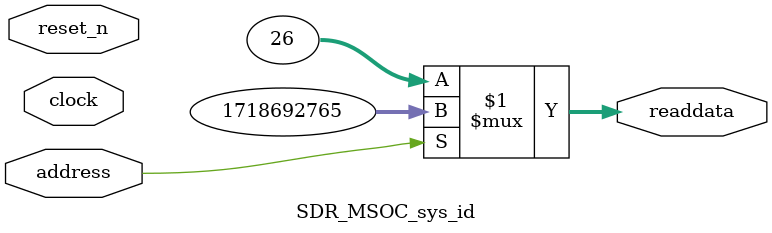
<source format=v>



// synthesis translate_off
`timescale 1ns / 1ps
// synthesis translate_on

// turn off superfluous verilog processor warnings 
// altera message_level Level1 
// altera message_off 10034 10035 10036 10037 10230 10240 10030 

module SDR_MSOC_sys_id (
               // inputs:
                address,
                clock,
                reset_n,

               // outputs:
                readdata
             )
;

  output  [ 31: 0] readdata;
  input            address;
  input            clock;
  input            reset_n;

  wire    [ 31: 0] readdata;
  //control_slave, which is an e_avalon_slave
  assign readdata = address ? 1718692765 : 26;

endmodule



</source>
